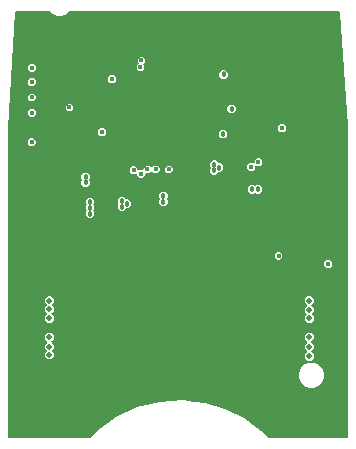
<source format=gbr>
G04 EAGLE Gerber RS-274X export*
G75*
%MOMM*%
%FSLAX34Y34*%
%LPD*%
%INCopper Layer 2*%
%IPPOS*%
%AMOC8*
5,1,8,0,0,1.08239X$1,22.5*%
G01*
%ADD10C,0.457200*%
%ADD11C,0.453200*%
%ADD12C,0.403200*%
%ADD13C,0.503200*%

G36*
X72767Y5379D02*
X72767Y5379D01*
X72865Y5388D01*
X72888Y5398D01*
X72912Y5402D01*
X72999Y5449D01*
X73090Y5489D01*
X73113Y5509D01*
X73130Y5518D01*
X73152Y5541D01*
X73218Y5596D01*
X79175Y11794D01*
X95349Y23308D01*
X113378Y31620D01*
X132637Y36443D01*
X152456Y37609D01*
X161018Y36508D01*
X162301Y36343D01*
X171096Y35213D01*
X188078Y30100D01*
X203991Y22273D01*
X218408Y11945D01*
X224543Y5798D01*
X224672Y5669D01*
X224755Y5586D01*
X224829Y5533D01*
X224899Y5473D01*
X224929Y5461D01*
X224955Y5442D01*
X225042Y5415D01*
X225127Y5381D01*
X225168Y5377D01*
X225190Y5370D01*
X225222Y5371D01*
X225294Y5363D01*
X290876Y5363D01*
X290896Y5366D01*
X290915Y5364D01*
X291017Y5386D01*
X291119Y5402D01*
X291136Y5412D01*
X291156Y5416D01*
X291245Y5469D01*
X291336Y5518D01*
X291350Y5532D01*
X291367Y5542D01*
X291434Y5621D01*
X291506Y5696D01*
X291514Y5714D01*
X291527Y5729D01*
X291566Y5825D01*
X291609Y5919D01*
X291611Y5939D01*
X291619Y5957D01*
X291637Y6124D01*
X291637Y269887D01*
X291634Y269908D01*
X291635Y269942D01*
X284730Y365636D01*
X284713Y365705D01*
X284706Y365776D01*
X284685Y365824D01*
X284672Y365875D01*
X284657Y365899D01*
X284651Y366238D01*
X284649Y366251D01*
X284650Y366263D01*
X284627Y366372D01*
X284607Y366480D01*
X284601Y366491D01*
X284598Y366504D01*
X284541Y366599D01*
X284488Y366695D01*
X284478Y366704D01*
X284472Y366715D01*
X284388Y366787D01*
X284306Y366861D01*
X284295Y366866D01*
X284285Y366875D01*
X284182Y366916D01*
X284081Y366961D01*
X284069Y366962D01*
X284057Y366967D01*
X283890Y366985D01*
X56172Y366985D01*
X56082Y366970D01*
X55991Y366963D01*
X55961Y366951D01*
X55929Y366945D01*
X55849Y366903D01*
X55765Y366867D01*
X55733Y366841D01*
X55712Y366830D01*
X55690Y366807D01*
X55634Y366762D01*
X53765Y364893D01*
X49869Y363279D01*
X45651Y363279D01*
X41755Y364893D01*
X39886Y366762D01*
X39812Y366815D01*
X39743Y366875D01*
X39713Y366887D01*
X39686Y366906D01*
X39599Y366933D01*
X39515Y366967D01*
X39474Y366971D01*
X39451Y366978D01*
X39419Y366977D01*
X39348Y366985D01*
X11023Y366985D01*
X10904Y366966D01*
X10786Y366947D01*
X10783Y366946D01*
X10780Y366945D01*
X10674Y366889D01*
X10568Y366834D01*
X10566Y366832D01*
X10563Y366830D01*
X10480Y366743D01*
X10397Y366657D01*
X10396Y366654D01*
X10394Y366652D01*
X10343Y366543D01*
X10292Y366435D01*
X10291Y366431D01*
X10290Y366429D01*
X10289Y366418D01*
X10263Y366270D01*
X4364Y267952D01*
X4366Y267934D01*
X4363Y267906D01*
X4363Y6124D01*
X4366Y6104D01*
X4364Y6085D01*
X4386Y5983D01*
X4402Y5881D01*
X4412Y5864D01*
X4416Y5844D01*
X4469Y5755D01*
X4518Y5664D01*
X4532Y5650D01*
X4542Y5633D01*
X4621Y5566D01*
X4696Y5494D01*
X4714Y5486D01*
X4729Y5473D01*
X4825Y5434D01*
X4919Y5391D01*
X4939Y5389D01*
X4957Y5381D01*
X5124Y5363D01*
X72670Y5363D01*
X72767Y5379D01*
G37*
%LPC*%
G36*
X258651Y48279D02*
X258651Y48279D01*
X254755Y49893D01*
X251773Y52875D01*
X250159Y56771D01*
X250159Y60989D01*
X251773Y64885D01*
X254755Y67867D01*
X258651Y69481D01*
X262869Y69481D01*
X266765Y67867D01*
X269747Y64885D01*
X271361Y60989D01*
X271361Y56771D01*
X269747Y52875D01*
X266765Y49893D01*
X262869Y48279D01*
X258651Y48279D01*
G37*
%LPD*%
%LPC*%
G36*
X115390Y226122D02*
X115390Y226122D01*
X113464Y228047D01*
X113464Y229249D01*
X113453Y229320D01*
X113451Y229391D01*
X113433Y229440D01*
X113425Y229492D01*
X113391Y229555D01*
X113366Y229622D01*
X113334Y229663D01*
X113310Y229709D01*
X113258Y229758D01*
X113213Y229814D01*
X113169Y229843D01*
X113131Y229878D01*
X113066Y229909D01*
X113006Y229947D01*
X112955Y229960D01*
X112908Y229982D01*
X112837Y229990D01*
X112767Y230007D01*
X112715Y230003D01*
X112664Y230009D01*
X112593Y229994D01*
X112522Y229988D01*
X112474Y229968D01*
X112423Y229957D01*
X112362Y229920D01*
X112296Y229892D01*
X112240Y229847D01*
X112212Y229831D01*
X112197Y229813D01*
X112165Y229787D01*
X111593Y229215D01*
X108870Y229215D01*
X106945Y231141D01*
X106945Y233864D01*
X108870Y235789D01*
X111593Y235789D01*
X113518Y233864D01*
X113518Y232662D01*
X113530Y232591D01*
X113532Y232520D01*
X113550Y232471D01*
X113558Y232419D01*
X113592Y232356D01*
X113616Y232289D01*
X113649Y232248D01*
X113673Y232202D01*
X113725Y232153D01*
X113770Y232097D01*
X113814Y232068D01*
X113852Y232033D01*
X113917Y232002D01*
X113977Y231964D01*
X114027Y231951D01*
X114075Y231929D01*
X114146Y231921D01*
X114215Y231904D01*
X114267Y231908D01*
X114319Y231902D01*
X114389Y231917D01*
X114461Y231923D01*
X114508Y231943D01*
X114559Y231954D01*
X114621Y231991D01*
X114687Y232019D01*
X114743Y232064D01*
X114771Y232080D01*
X114786Y232098D01*
X114818Y232124D01*
X115390Y232696D01*
X117952Y232696D01*
X117972Y232699D01*
X117991Y232697D01*
X118093Y232719D01*
X118195Y232735D01*
X118212Y232745D01*
X118232Y232749D01*
X118321Y232802D01*
X118412Y232850D01*
X118426Y232865D01*
X118443Y232875D01*
X118510Y232954D01*
X118582Y233029D01*
X118590Y233047D01*
X118603Y233062D01*
X118642Y233158D01*
X118685Y233252D01*
X118687Y233272D01*
X118695Y233290D01*
X118713Y233457D01*
X118713Y234361D01*
X120639Y236287D01*
X123361Y236287D01*
X124962Y234686D01*
X124978Y234675D01*
X124990Y234659D01*
X125078Y234603D01*
X125161Y234543D01*
X125180Y234537D01*
X125197Y234526D01*
X125298Y234501D01*
X125397Y234471D01*
X125416Y234471D01*
X125436Y234466D01*
X125539Y234474D01*
X125642Y234477D01*
X125661Y234484D01*
X125681Y234485D01*
X125776Y234526D01*
X125873Y234561D01*
X125889Y234574D01*
X125907Y234582D01*
X126038Y234686D01*
X127639Y236287D01*
X130361Y236287D01*
X132287Y234361D01*
X132287Y231639D01*
X130361Y229713D01*
X127639Y229713D01*
X126038Y231314D01*
X126022Y231325D01*
X126010Y231341D01*
X125922Y231397D01*
X125839Y231457D01*
X125820Y231463D01*
X125803Y231474D01*
X125702Y231499D01*
X125603Y231529D01*
X125584Y231529D01*
X125564Y231534D01*
X125461Y231526D01*
X125358Y231523D01*
X125339Y231516D01*
X125319Y231515D01*
X125224Y231474D01*
X125127Y231439D01*
X125111Y231426D01*
X125093Y231418D01*
X124962Y231314D01*
X123361Y229713D01*
X120799Y229713D01*
X120779Y229710D01*
X120760Y229712D01*
X120658Y229690D01*
X120556Y229674D01*
X120539Y229664D01*
X120519Y229660D01*
X120430Y229607D01*
X120339Y229558D01*
X120325Y229544D01*
X120308Y229534D01*
X120241Y229455D01*
X120170Y229380D01*
X120161Y229362D01*
X120148Y229347D01*
X120109Y229251D01*
X120066Y229157D01*
X120064Y229137D01*
X120056Y229119D01*
X120038Y228952D01*
X120038Y228047D01*
X118112Y226122D01*
X115390Y226122D01*
G37*
%LPD*%
%LPC*%
G36*
X257431Y71213D02*
X257431Y71213D01*
X255213Y73431D01*
X255213Y76569D01*
X257106Y78462D01*
X257118Y78478D01*
X257134Y78490D01*
X257190Y78578D01*
X257250Y78661D01*
X257256Y78680D01*
X257267Y78697D01*
X257292Y78798D01*
X257322Y78897D01*
X257322Y78916D01*
X257327Y78936D01*
X257319Y79039D01*
X257316Y79142D01*
X257309Y79161D01*
X257308Y79181D01*
X257267Y79276D01*
X257232Y79373D01*
X257219Y79389D01*
X257211Y79407D01*
X257106Y79538D01*
X255213Y81431D01*
X255213Y84569D01*
X257106Y86462D01*
X257118Y86478D01*
X257134Y86490D01*
X257190Y86578D01*
X257250Y86661D01*
X257256Y86680D01*
X257267Y86697D01*
X257292Y86798D01*
X257322Y86897D01*
X257322Y86916D01*
X257327Y86936D01*
X257319Y87039D01*
X257316Y87142D01*
X257309Y87161D01*
X257308Y87181D01*
X257267Y87276D01*
X257232Y87373D01*
X257219Y87389D01*
X257211Y87407D01*
X257106Y87538D01*
X255213Y89431D01*
X255213Y92569D01*
X257431Y94787D01*
X260569Y94787D01*
X262787Y92569D01*
X262787Y89431D01*
X260894Y87538D01*
X260882Y87522D01*
X260866Y87510D01*
X260810Y87422D01*
X260750Y87339D01*
X260744Y87320D01*
X260733Y87303D01*
X260708Y87202D01*
X260678Y87103D01*
X260678Y87084D01*
X260673Y87064D01*
X260681Y86961D01*
X260684Y86858D01*
X260691Y86839D01*
X260692Y86819D01*
X260733Y86724D01*
X260768Y86627D01*
X260781Y86611D01*
X260789Y86593D01*
X260894Y86462D01*
X262787Y84569D01*
X262787Y81431D01*
X260894Y79538D01*
X260882Y79522D01*
X260866Y79510D01*
X260810Y79422D01*
X260750Y79339D01*
X260744Y79320D01*
X260733Y79303D01*
X260708Y79202D01*
X260678Y79103D01*
X260678Y79084D01*
X260673Y79064D01*
X260681Y78961D01*
X260684Y78858D01*
X260691Y78839D01*
X260692Y78819D01*
X260733Y78724D01*
X260768Y78627D01*
X260781Y78611D01*
X260789Y78593D01*
X260894Y78462D01*
X262787Y76569D01*
X262787Y73431D01*
X260569Y71213D01*
X257431Y71213D01*
G37*
%LPD*%
%LPC*%
G36*
X37431Y103213D02*
X37431Y103213D01*
X35213Y105431D01*
X35213Y108569D01*
X37106Y110462D01*
X37118Y110478D01*
X37134Y110490D01*
X37190Y110578D01*
X37250Y110661D01*
X37256Y110680D01*
X37267Y110697D01*
X37292Y110798D01*
X37322Y110897D01*
X37322Y110916D01*
X37327Y110936D01*
X37319Y111039D01*
X37316Y111142D01*
X37309Y111161D01*
X37308Y111181D01*
X37267Y111276D01*
X37232Y111373D01*
X37219Y111389D01*
X37211Y111407D01*
X37106Y111538D01*
X35213Y113431D01*
X35213Y116569D01*
X36606Y117962D01*
X36618Y117978D01*
X36634Y117990D01*
X36690Y118078D01*
X36750Y118161D01*
X36756Y118180D01*
X36767Y118197D01*
X36792Y118298D01*
X36822Y118397D01*
X36822Y118416D01*
X36827Y118436D01*
X36819Y118539D01*
X36816Y118642D01*
X36809Y118661D01*
X36808Y118681D01*
X36767Y118776D01*
X36732Y118873D01*
X36719Y118889D01*
X36711Y118907D01*
X36606Y119038D01*
X35213Y120431D01*
X35213Y123569D01*
X37431Y125787D01*
X40569Y125787D01*
X42787Y123569D01*
X42787Y120431D01*
X41394Y119038D01*
X41382Y119022D01*
X41366Y119010D01*
X41310Y118922D01*
X41250Y118839D01*
X41244Y118820D01*
X41233Y118803D01*
X41208Y118702D01*
X41178Y118603D01*
X41178Y118584D01*
X41173Y118564D01*
X41181Y118461D01*
X41184Y118358D01*
X41191Y118339D01*
X41192Y118319D01*
X41233Y118224D01*
X41268Y118127D01*
X41281Y118111D01*
X41289Y118093D01*
X41394Y117962D01*
X42787Y116569D01*
X42787Y113431D01*
X40894Y111538D01*
X40882Y111522D01*
X40866Y111510D01*
X40810Y111422D01*
X40750Y111339D01*
X40744Y111320D01*
X40733Y111303D01*
X40708Y111202D01*
X40678Y111103D01*
X40678Y111084D01*
X40673Y111064D01*
X40681Y110961D01*
X40684Y110858D01*
X40691Y110839D01*
X40692Y110819D01*
X40733Y110724D01*
X40768Y110627D01*
X40781Y110611D01*
X40789Y110593D01*
X40894Y110462D01*
X42787Y108569D01*
X42787Y105431D01*
X40569Y103213D01*
X37431Y103213D01*
G37*
%LPD*%
%LPC*%
G36*
X37431Y72213D02*
X37431Y72213D01*
X35213Y74431D01*
X35213Y77569D01*
X36606Y78962D01*
X36618Y78978D01*
X36634Y78990D01*
X36690Y79078D01*
X36750Y79161D01*
X36756Y79180D01*
X36767Y79197D01*
X36792Y79298D01*
X36822Y79397D01*
X36822Y79416D01*
X36827Y79436D01*
X36819Y79539D01*
X36816Y79642D01*
X36809Y79661D01*
X36808Y79681D01*
X36767Y79776D01*
X36732Y79873D01*
X36719Y79889D01*
X36711Y79907D01*
X36606Y80038D01*
X35213Y81431D01*
X35213Y84569D01*
X37106Y86462D01*
X37118Y86478D01*
X37134Y86490D01*
X37190Y86578D01*
X37250Y86661D01*
X37256Y86680D01*
X37267Y86697D01*
X37292Y86798D01*
X37322Y86897D01*
X37322Y86916D01*
X37327Y86936D01*
X37319Y87039D01*
X37316Y87142D01*
X37309Y87161D01*
X37308Y87181D01*
X37267Y87276D01*
X37232Y87373D01*
X37219Y87389D01*
X37211Y87407D01*
X37106Y87538D01*
X35213Y89431D01*
X35213Y92569D01*
X37431Y94787D01*
X40569Y94787D01*
X42787Y92569D01*
X42787Y89431D01*
X40894Y87538D01*
X40882Y87522D01*
X40866Y87510D01*
X40810Y87422D01*
X40750Y87339D01*
X40744Y87320D01*
X40733Y87303D01*
X40708Y87202D01*
X40678Y87103D01*
X40678Y87084D01*
X40673Y87064D01*
X40681Y86961D01*
X40684Y86858D01*
X40691Y86839D01*
X40692Y86819D01*
X40733Y86724D01*
X40768Y86627D01*
X40781Y86611D01*
X40789Y86593D01*
X40894Y86462D01*
X42787Y84569D01*
X42787Y81431D01*
X41394Y80038D01*
X41382Y80022D01*
X41366Y80010D01*
X41310Y79922D01*
X41250Y79839D01*
X41244Y79820D01*
X41233Y79803D01*
X41208Y79702D01*
X41178Y79603D01*
X41178Y79584D01*
X41173Y79564D01*
X41181Y79461D01*
X41184Y79358D01*
X41191Y79339D01*
X41192Y79319D01*
X41233Y79224D01*
X41268Y79127D01*
X41281Y79111D01*
X41289Y79093D01*
X41394Y78962D01*
X42787Y77569D01*
X42787Y74431D01*
X40569Y72213D01*
X37431Y72213D01*
G37*
%LPD*%
%LPC*%
G36*
X257431Y103213D02*
X257431Y103213D01*
X255213Y105431D01*
X255213Y108569D01*
X256606Y109962D01*
X256618Y109978D01*
X256634Y109990D01*
X256690Y110078D01*
X256750Y110161D01*
X256756Y110180D01*
X256767Y110197D01*
X256792Y110298D01*
X256822Y110397D01*
X256822Y110416D01*
X256827Y110436D01*
X256819Y110539D01*
X256816Y110642D01*
X256809Y110661D01*
X256808Y110681D01*
X256767Y110776D01*
X256732Y110873D01*
X256719Y110889D01*
X256711Y110907D01*
X256606Y111038D01*
X255213Y112431D01*
X255213Y115569D01*
X257106Y117462D01*
X257118Y117478D01*
X257134Y117490D01*
X257190Y117578D01*
X257250Y117661D01*
X257256Y117680D01*
X257267Y117697D01*
X257292Y117798D01*
X257322Y117897D01*
X257322Y117916D01*
X257327Y117936D01*
X257319Y118039D01*
X257316Y118142D01*
X257309Y118161D01*
X257308Y118181D01*
X257267Y118276D01*
X257232Y118373D01*
X257219Y118389D01*
X257211Y118407D01*
X257122Y118518D01*
X257122Y118519D01*
X257106Y118538D01*
X255213Y120431D01*
X255213Y123569D01*
X257431Y125787D01*
X260569Y125787D01*
X262787Y123569D01*
X262787Y120431D01*
X260894Y118538D01*
X260882Y118522D01*
X260866Y118510D01*
X260835Y118461D01*
X260830Y118456D01*
X260826Y118446D01*
X260810Y118422D01*
X260750Y118339D01*
X260744Y118320D01*
X260733Y118303D01*
X260708Y118202D01*
X260678Y118103D01*
X260678Y118084D01*
X260673Y118064D01*
X260681Y117961D01*
X260684Y117858D01*
X260691Y117839D01*
X260692Y117819D01*
X260733Y117724D01*
X260768Y117627D01*
X260781Y117611D01*
X260789Y117593D01*
X260894Y117462D01*
X262787Y115569D01*
X262787Y112431D01*
X261394Y111038D01*
X261382Y111022D01*
X261366Y111010D01*
X261310Y110922D01*
X261250Y110839D01*
X261244Y110820D01*
X261233Y110803D01*
X261208Y110702D01*
X261178Y110603D01*
X261178Y110584D01*
X261173Y110564D01*
X261181Y110461D01*
X261184Y110358D01*
X261191Y110339D01*
X261192Y110319D01*
X261233Y110224D01*
X261268Y110127D01*
X261281Y110111D01*
X261289Y110093D01*
X261394Y109962D01*
X262787Y108569D01*
X262787Y105431D01*
X260569Y103213D01*
X257431Y103213D01*
G37*
%LPD*%
%LPC*%
G36*
X71916Y191948D02*
X71916Y191948D01*
X69832Y194032D01*
X69832Y196978D01*
X70321Y197467D01*
X70332Y197483D01*
X70348Y197495D01*
X70404Y197582D01*
X70464Y197666D01*
X70470Y197685D01*
X70481Y197702D01*
X70506Y197803D01*
X70537Y197902D01*
X70536Y197921D01*
X70541Y197941D01*
X70533Y198044D01*
X70530Y198147D01*
X70523Y198166D01*
X70522Y198186D01*
X70481Y198281D01*
X70446Y198378D01*
X70433Y198394D01*
X70426Y198412D01*
X70321Y198543D01*
X69832Y199032D01*
X69832Y201978D01*
X70321Y202467D01*
X70332Y202483D01*
X70348Y202495D01*
X70404Y202583D01*
X70464Y202666D01*
X70470Y202685D01*
X70481Y202702D01*
X70506Y202803D01*
X70537Y202902D01*
X70536Y202921D01*
X70541Y202941D01*
X70533Y203044D01*
X70530Y203147D01*
X70523Y203166D01*
X70522Y203186D01*
X70481Y203281D01*
X70446Y203378D01*
X70433Y203394D01*
X70426Y203412D01*
X70321Y203543D01*
X69832Y204032D01*
X69832Y206978D01*
X71916Y209062D01*
X74862Y209062D01*
X76946Y206978D01*
X76946Y204032D01*
X76457Y203543D01*
X76446Y203527D01*
X76430Y203515D01*
X76374Y203427D01*
X76314Y203344D01*
X76308Y203325D01*
X76297Y203308D01*
X76272Y203207D01*
X76241Y203108D01*
X76242Y203089D01*
X76237Y203069D01*
X76245Y202966D01*
X76248Y202863D01*
X76255Y202844D01*
X76256Y202824D01*
X76297Y202729D01*
X76332Y202632D01*
X76345Y202616D01*
X76352Y202598D01*
X76457Y202467D01*
X76946Y201978D01*
X76946Y199032D01*
X76457Y198543D01*
X76446Y198527D01*
X76430Y198515D01*
X76374Y198427D01*
X76314Y198344D01*
X76308Y198325D01*
X76297Y198308D01*
X76272Y198207D01*
X76241Y198108D01*
X76242Y198089D01*
X76237Y198069D01*
X76245Y197966D01*
X76248Y197863D01*
X76255Y197844D01*
X76256Y197824D01*
X76297Y197729D01*
X76332Y197632D01*
X76345Y197616D01*
X76352Y197598D01*
X76457Y197467D01*
X76946Y196978D01*
X76946Y194032D01*
X74862Y191948D01*
X71916Y191948D01*
G37*
%LPD*%
%LPC*%
G36*
X177054Y228606D02*
X177054Y228606D01*
X174971Y230690D01*
X174971Y233636D01*
X175454Y234119D01*
X175466Y234136D01*
X175481Y234148D01*
X175537Y234235D01*
X175598Y234319D01*
X175604Y234338D01*
X175614Y234355D01*
X175640Y234455D01*
X175670Y234554D01*
X175670Y234574D01*
X175674Y234594D01*
X175666Y234697D01*
X175664Y234800D01*
X175657Y234819D01*
X175655Y234839D01*
X175615Y234934D01*
X175579Y235031D01*
X175567Y235047D01*
X175559Y235065D01*
X175454Y235196D01*
X175068Y235583D01*
X175068Y238529D01*
X177151Y240613D01*
X180098Y240613D01*
X182290Y238420D01*
X182336Y238333D01*
X182350Y238320D01*
X182361Y238303D01*
X182439Y238235D01*
X182514Y238164D01*
X182532Y238156D01*
X182548Y238143D01*
X182644Y238104D01*
X182737Y238060D01*
X182757Y238058D01*
X182776Y238051D01*
X182942Y238032D01*
X184204Y238032D01*
X186287Y235949D01*
X186287Y233002D01*
X184204Y230919D01*
X182629Y230919D01*
X182539Y230904D01*
X182448Y230897D01*
X182418Y230884D01*
X182386Y230879D01*
X182305Y230836D01*
X182221Y230801D01*
X182189Y230775D01*
X182169Y230764D01*
X182146Y230741D01*
X182091Y230696D01*
X180001Y228606D01*
X177054Y228606D01*
G37*
%LPD*%
%LPC*%
G36*
X98777Y198005D02*
X98777Y198005D01*
X96693Y200088D01*
X96693Y203035D01*
X97116Y203458D01*
X97127Y203474D01*
X97143Y203486D01*
X97199Y203573D01*
X97259Y203657D01*
X97265Y203676D01*
X97276Y203693D01*
X97301Y203793D01*
X97332Y203892D01*
X97331Y203912D01*
X97336Y203932D01*
X97328Y204035D01*
X97325Y204138D01*
X97318Y204157D01*
X97317Y204177D01*
X97276Y204272D01*
X97241Y204369D01*
X97228Y204385D01*
X97221Y204403D01*
X97116Y204534D01*
X96662Y204988D01*
X96662Y207934D01*
X98746Y210018D01*
X101692Y210018D01*
X103859Y207851D01*
X103933Y207798D01*
X104002Y207739D01*
X104032Y207726D01*
X104058Y207708D01*
X104145Y207681D01*
X104230Y207647D01*
X104271Y207642D01*
X104294Y207635D01*
X104326Y207636D01*
X104397Y207628D01*
X105858Y207628D01*
X107941Y205545D01*
X107941Y202598D01*
X105858Y200515D01*
X104548Y200515D01*
X104458Y200500D01*
X104367Y200493D01*
X104337Y200480D01*
X104305Y200475D01*
X104225Y200432D01*
X104141Y200397D01*
X104109Y200371D01*
X104088Y200360D01*
X104066Y200337D01*
X104010Y200292D01*
X101723Y198005D01*
X98777Y198005D01*
G37*
%LPD*%
%LPC*%
G36*
X213997Y212515D02*
X213997Y212515D01*
X213525Y212987D01*
X213509Y212999D01*
X213497Y213014D01*
X213419Y213064D01*
X213408Y213074D01*
X213401Y213076D01*
X213325Y213131D01*
X213306Y213136D01*
X213290Y213147D01*
X213189Y213173D01*
X213090Y213203D01*
X213070Y213202D01*
X213051Y213207D01*
X212948Y213199D01*
X212844Y213197D01*
X212826Y213190D01*
X212806Y213188D01*
X212711Y213148D01*
X212613Y213112D01*
X212598Y213100D01*
X212580Y213092D01*
X212502Y213030D01*
X212501Y213029D01*
X212499Y213028D01*
X212449Y212987D01*
X211978Y212517D01*
X209032Y212517D01*
X206948Y214600D01*
X206948Y217547D01*
X209032Y219630D01*
X211978Y219630D01*
X212450Y219158D01*
X212466Y219147D01*
X212479Y219131D01*
X212566Y219075D01*
X212650Y219015D01*
X212669Y219009D01*
X212686Y218998D01*
X212786Y218973D01*
X212885Y218943D01*
X212905Y218943D01*
X212924Y218938D01*
X213027Y218946D01*
X213131Y218949D01*
X213150Y218956D01*
X213170Y218957D01*
X213264Y218998D01*
X213362Y219033D01*
X213378Y219046D01*
X213396Y219054D01*
X213527Y219158D01*
X213997Y219629D01*
X216944Y219629D01*
X219027Y217545D01*
X219027Y214599D01*
X216944Y212515D01*
X213997Y212515D01*
G37*
%LPD*%
%LPC*%
G36*
X134009Y202061D02*
X134009Y202061D01*
X131926Y204144D01*
X131926Y207091D01*
X132303Y207468D01*
X132315Y207484D01*
X132330Y207496D01*
X132386Y207583D01*
X132446Y207667D01*
X132452Y207686D01*
X132463Y207703D01*
X132488Y207803D01*
X132519Y207902D01*
X132518Y207922D01*
X132523Y207942D01*
X132515Y208045D01*
X132512Y208148D01*
X132506Y208167D01*
X132504Y208187D01*
X132464Y208282D01*
X132428Y208379D01*
X132416Y208395D01*
X132408Y208413D01*
X132303Y208544D01*
X131996Y208852D01*
X131996Y211798D01*
X134079Y213881D01*
X137026Y213881D01*
X139109Y211798D01*
X139109Y208852D01*
X138732Y208475D01*
X138720Y208458D01*
X138705Y208446D01*
X138649Y208359D01*
X138589Y208275D01*
X138583Y208256D01*
X138572Y208239D01*
X138547Y208139D01*
X138516Y208040D01*
X138517Y208020D01*
X138512Y208000D01*
X138520Y207897D01*
X138523Y207794D01*
X138529Y207775D01*
X138531Y207755D01*
X138571Y207660D01*
X138607Y207563D01*
X138619Y207547D01*
X138627Y207529D01*
X138732Y207398D01*
X139039Y207091D01*
X139039Y204144D01*
X136956Y202061D01*
X134009Y202061D01*
G37*
%LPD*%
%LPC*%
G36*
X68177Y218516D02*
X68177Y218516D01*
X66093Y220599D01*
X66093Y223546D01*
X66370Y223823D01*
X66382Y223839D01*
X66397Y223851D01*
X66453Y223938D01*
X66514Y224022D01*
X66519Y224042D01*
X66530Y224058D01*
X66555Y224159D01*
X66586Y224258D01*
X66585Y224278D01*
X66590Y224297D01*
X66582Y224400D01*
X66580Y224503D01*
X66573Y224522D01*
X66571Y224542D01*
X66531Y224637D01*
X66495Y224734D01*
X66483Y224750D01*
X66475Y224768D01*
X66370Y224899D01*
X66036Y225233D01*
X66036Y228180D01*
X68120Y230263D01*
X71066Y230263D01*
X73150Y228180D01*
X73150Y225233D01*
X72873Y224956D01*
X72861Y224940D01*
X72846Y224928D01*
X72790Y224841D01*
X72729Y224756D01*
X72723Y224737D01*
X72713Y224721D01*
X72687Y224620D01*
X72657Y224521D01*
X72657Y224501D01*
X72653Y224482D01*
X72661Y224379D01*
X72663Y224276D01*
X72670Y224257D01*
X72672Y224237D01*
X72712Y224142D01*
X72748Y224045D01*
X72760Y224029D01*
X72768Y224011D01*
X72873Y223880D01*
X73207Y223546D01*
X73207Y220599D01*
X71123Y218516D01*
X68177Y218516D01*
G37*
%LPD*%
%LPC*%
G36*
X208639Y231713D02*
X208639Y231713D01*
X206713Y233639D01*
X206713Y236361D01*
X208639Y238287D01*
X211361Y238287D01*
X211414Y238234D01*
X211472Y238193D01*
X211524Y238143D01*
X211571Y238121D01*
X211613Y238091D01*
X211682Y238070D01*
X211747Y238040D01*
X211799Y238034D01*
X211849Y238018D01*
X211920Y238020D01*
X211991Y238012D01*
X212042Y238024D01*
X212094Y238025D01*
X212162Y238049D01*
X212232Y238065D01*
X212277Y238091D01*
X212325Y238109D01*
X212381Y238154D01*
X212443Y238191D01*
X212477Y238230D01*
X212517Y238263D01*
X212556Y238323D01*
X212603Y238378D01*
X212622Y238426D01*
X212650Y238470D01*
X212668Y238539D01*
X212695Y238606D01*
X212703Y238677D01*
X212711Y238708D01*
X212709Y238732D01*
X212713Y238773D01*
X212713Y240361D01*
X214639Y242287D01*
X217361Y242287D01*
X219287Y240361D01*
X219287Y237639D01*
X217361Y235713D01*
X214639Y235713D01*
X214586Y235766D01*
X214528Y235807D01*
X214476Y235857D01*
X214429Y235879D01*
X214387Y235909D01*
X214318Y235930D01*
X214253Y235960D01*
X214201Y235966D01*
X214151Y235982D01*
X214080Y235980D01*
X214009Y235988D01*
X213958Y235976D01*
X213906Y235975D01*
X213838Y235951D01*
X213768Y235935D01*
X213723Y235909D01*
X213675Y235891D01*
X213619Y235846D01*
X213557Y235809D01*
X213523Y235770D01*
X213483Y235737D01*
X213444Y235677D01*
X213397Y235622D01*
X213378Y235574D01*
X213350Y235530D01*
X213332Y235461D01*
X213305Y235394D01*
X213297Y235323D01*
X213289Y235292D01*
X213291Y235268D01*
X213287Y235227D01*
X213287Y233639D01*
X211361Y231713D01*
X208639Y231713D01*
G37*
%LPD*%
%LPC*%
G36*
X114746Y316243D02*
X114746Y316243D01*
X112821Y318168D01*
X112821Y320891D01*
X114239Y322309D01*
X114251Y322325D01*
X114266Y322338D01*
X114322Y322425D01*
X114382Y322509D01*
X114388Y322528D01*
X114399Y322545D01*
X114424Y322645D01*
X114455Y322744D01*
X114454Y322764D01*
X114459Y322783D01*
X114451Y322886D01*
X114448Y322990D01*
X114442Y323008D01*
X114440Y323028D01*
X114400Y323123D01*
X114364Y323221D01*
X114351Y323236D01*
X114344Y323255D01*
X114239Y323386D01*
X113660Y323965D01*
X113660Y326687D01*
X115585Y328613D01*
X118308Y328613D01*
X120233Y326687D01*
X120233Y323965D01*
X118815Y322547D01*
X118804Y322530D01*
X118788Y322518D01*
X118732Y322431D01*
X118672Y322347D01*
X118666Y322328D01*
X118655Y322311D01*
X118630Y322211D01*
X118599Y322112D01*
X118600Y322092D01*
X118595Y322073D01*
X118603Y321970D01*
X118606Y321866D01*
X118612Y321847D01*
X118614Y321827D01*
X118654Y321732D01*
X118690Y321635D01*
X118703Y321619D01*
X118710Y321601D01*
X118815Y321470D01*
X119394Y320891D01*
X119394Y318168D01*
X117469Y316243D01*
X114746Y316243D01*
G37*
%LPD*%
%LPC*%
G36*
X185055Y309867D02*
X185055Y309867D01*
X182972Y311951D01*
X182972Y314897D01*
X185055Y316981D01*
X188002Y316981D01*
X190085Y314897D01*
X190085Y311951D01*
X188002Y309867D01*
X185055Y309867D01*
G37*
%LPD*%
%LPC*%
G36*
X191822Y280809D02*
X191822Y280809D01*
X189739Y282892D01*
X189739Y285839D01*
X191822Y287922D01*
X194769Y287922D01*
X196852Y285839D01*
X196852Y282892D01*
X194769Y280809D01*
X191822Y280809D01*
G37*
%LPD*%
%LPC*%
G36*
X184411Y259324D02*
X184411Y259324D01*
X182327Y261408D01*
X182327Y264354D01*
X184411Y266438D01*
X187357Y266438D01*
X189441Y264354D01*
X189441Y261408D01*
X187357Y259324D01*
X184411Y259324D01*
G37*
%LPD*%
%LPC*%
G36*
X90446Y305854D02*
X90446Y305854D01*
X88374Y307926D01*
X88374Y310856D01*
X90446Y312928D01*
X93376Y312928D01*
X95448Y310856D01*
X95448Y307926D01*
X93376Y305854D01*
X90446Y305854D01*
G37*
%LPD*%
%LPC*%
G36*
X81984Y261348D02*
X81984Y261348D01*
X79912Y263419D01*
X79912Y266349D01*
X81984Y268421D01*
X84914Y268421D01*
X86985Y266349D01*
X86985Y263419D01*
X84914Y261348D01*
X81984Y261348D01*
G37*
%LPD*%
%LPC*%
G36*
X22639Y315713D02*
X22639Y315713D01*
X20713Y317639D01*
X20713Y320361D01*
X22639Y322287D01*
X25361Y322287D01*
X27287Y320361D01*
X27287Y317639D01*
X25361Y315713D01*
X22639Y315713D01*
G37*
%LPD*%
%LPC*%
G36*
X22639Y303713D02*
X22639Y303713D01*
X20713Y305639D01*
X20713Y308361D01*
X22639Y310287D01*
X25361Y310287D01*
X27287Y308361D01*
X27287Y305639D01*
X25361Y303713D01*
X22639Y303713D01*
G37*
%LPD*%
%LPC*%
G36*
X22639Y290713D02*
X22639Y290713D01*
X20713Y292639D01*
X20713Y295361D01*
X22639Y297287D01*
X25361Y297287D01*
X27287Y295361D01*
X27287Y292639D01*
X25361Y290713D01*
X22639Y290713D01*
G37*
%LPD*%
%LPC*%
G36*
X54643Y282206D02*
X54643Y282206D01*
X52718Y284131D01*
X52718Y286854D01*
X54643Y288779D01*
X57366Y288779D01*
X59291Y286854D01*
X59291Y284131D01*
X57366Y282206D01*
X54643Y282206D01*
G37*
%LPD*%
%LPC*%
G36*
X22639Y277713D02*
X22639Y277713D01*
X20713Y279639D01*
X20713Y282361D01*
X22639Y284287D01*
X25361Y284287D01*
X27287Y282361D01*
X27287Y279639D01*
X25361Y277713D01*
X22639Y277713D01*
G37*
%LPD*%
%LPC*%
G36*
X234639Y264713D02*
X234639Y264713D01*
X232713Y266639D01*
X232713Y269361D01*
X234639Y271287D01*
X237361Y271287D01*
X239287Y269361D01*
X239287Y266639D01*
X237361Y264713D01*
X234639Y264713D01*
G37*
%LPD*%
%LPC*%
G36*
X22639Y252713D02*
X22639Y252713D01*
X20713Y254639D01*
X20713Y257361D01*
X22639Y259287D01*
X25361Y259287D01*
X27287Y257361D01*
X27287Y254639D01*
X25361Y252713D01*
X22639Y252713D01*
G37*
%LPD*%
%LPC*%
G36*
X138639Y229713D02*
X138639Y229713D01*
X136713Y231639D01*
X136713Y234361D01*
X138639Y236287D01*
X141361Y236287D01*
X143287Y234361D01*
X143287Y231639D01*
X141361Y229713D01*
X138639Y229713D01*
G37*
%LPD*%
%LPC*%
G36*
X231639Y156713D02*
X231639Y156713D01*
X229713Y158639D01*
X229713Y161361D01*
X231639Y163287D01*
X234361Y163287D01*
X236287Y161361D01*
X236287Y158639D01*
X234361Y156713D01*
X231639Y156713D01*
G37*
%LPD*%
%LPC*%
G36*
X273639Y149713D02*
X273639Y149713D01*
X271713Y151639D01*
X271713Y154361D01*
X273639Y156287D01*
X276361Y156287D01*
X278287Y154361D01*
X278287Y151639D01*
X276361Y149713D01*
X273639Y149713D01*
G37*
%LPD*%
D10*
X193296Y284365D03*
X186528Y313424D03*
X135552Y210325D03*
X135483Y205617D03*
X69650Y222073D03*
X178528Y232163D03*
X182731Y234476D03*
X185884Y262881D03*
X69593Y226706D03*
D11*
X91911Y309391D03*
X83449Y264884D03*
D10*
X178624Y237056D03*
X123423Y287706D03*
X136758Y276371D03*
X123423Y265036D03*
X123423Y276371D03*
X136758Y287706D03*
X150093Y287706D03*
X150093Y276371D03*
X150093Y265036D03*
X136758Y265036D03*
X113009Y265036D03*
X112882Y275990D03*
X113009Y287706D03*
X160634Y264909D03*
X160634Y276371D03*
X160581Y287714D03*
X113009Y253036D03*
X123423Y253036D03*
X136702Y253176D03*
X150093Y253120D03*
X160593Y253071D03*
X113009Y299706D03*
X123423Y299706D03*
X136758Y299706D03*
X150093Y299706D03*
X160581Y299714D03*
D12*
X190229Y293603D03*
X217727Y308140D03*
D13*
X12714Y363153D03*
X21381Y363000D03*
X30762Y363000D03*
X40143Y363000D03*
X58905Y363000D03*
X68286Y363000D03*
X77667Y363000D03*
X87048Y363000D03*
X96429Y363000D03*
X105810Y363000D03*
X115191Y363000D03*
X124572Y363000D03*
X133953Y363000D03*
X143334Y363000D03*
X152715Y363000D03*
X162096Y363000D03*
X210874Y363000D03*
X217255Y363000D03*
X224636Y363000D03*
X234017Y363000D03*
X243398Y363000D03*
X252779Y363000D03*
X262160Y363000D03*
X271541Y363000D03*
X280922Y363000D03*
X12170Y353747D03*
X11634Y344055D03*
X11238Y334984D03*
X10455Y325170D03*
X9847Y316022D03*
X9490Y306890D03*
X8873Y297333D03*
X8873Y287952D03*
X8873Y278571D03*
X8873Y269190D03*
X8873Y259809D03*
X8873Y250428D03*
X8873Y241047D03*
X8873Y231666D03*
X8873Y222285D03*
X8873Y212904D03*
X8873Y184761D03*
X8873Y175380D03*
X8873Y165999D03*
X8873Y97205D03*
X8873Y87824D03*
X8873Y78443D03*
X8873Y69062D03*
X8873Y59681D03*
X8873Y50300D03*
X8873Y40919D03*
X8873Y31538D03*
X8873Y22157D03*
X8873Y12776D03*
X15127Y9649D03*
X24508Y9649D03*
X33889Y9649D03*
X43270Y9649D03*
X52651Y9649D03*
X62032Y9649D03*
X71413Y9649D03*
X78794Y14649D03*
X87175Y20649D03*
X94556Y25649D03*
X103937Y30649D03*
X114318Y34649D03*
X123699Y37649D03*
X133080Y39649D03*
X142461Y40649D03*
X154842Y40649D03*
X164223Y39649D03*
X175604Y36649D03*
X185985Y33649D03*
X196366Y29649D03*
X205747Y24649D03*
X214128Y19649D03*
X221351Y12509D03*
X230890Y9649D03*
X240271Y9649D03*
X249652Y9649D03*
X259033Y9649D03*
X268414Y9649D03*
X277795Y9649D03*
X287176Y9649D03*
X287176Y19030D03*
X287176Y28411D03*
X287176Y37792D03*
X287176Y47173D03*
X287176Y56554D03*
X287176Y65935D03*
X287176Y75316D03*
X287176Y84697D03*
X287176Y94078D03*
X287176Y103459D03*
X287176Y112840D03*
X287176Y122221D03*
X287176Y131602D03*
X287176Y140983D03*
X287176Y150364D03*
X287176Y159745D03*
X287176Y169126D03*
X287176Y178507D03*
X287176Y187888D03*
X287176Y197269D03*
X287176Y206650D03*
X287176Y216031D03*
X287176Y225412D03*
X287176Y234793D03*
X287176Y244174D03*
X287176Y253555D03*
X287176Y262936D03*
X287176Y272317D03*
X287176Y281698D03*
X287176Y291079D03*
X286176Y300460D03*
X286176Y309841D03*
X285176Y319222D03*
X284049Y328603D03*
X284049Y337984D03*
X283049Y347365D03*
X282049Y355746D03*
X199985Y365000D03*
X8873Y106586D03*
X8873Y115967D03*
X8873Y125348D03*
X8873Y134729D03*
X8873Y144110D03*
X8873Y153491D03*
X8873Y203523D03*
X8873Y194142D03*
D12*
X151415Y319435D03*
X151436Y330310D03*
X151424Y342560D03*
X157000Y343000D03*
X162000Y347000D03*
X165746Y351242D03*
X170353Y356392D03*
X172134Y363258D03*
X172000Y328633D03*
X172000Y334000D03*
X174000Y340000D03*
X179498Y345529D03*
X184785Y350280D03*
X186190Y356508D03*
X146586Y319411D03*
X141418Y319448D03*
X136336Y319394D03*
X131656Y326532D03*
X131710Y321389D03*
X129439Y331405D03*
X125787Y335057D03*
X124089Y342752D03*
X129516Y342745D03*
X135026Y342662D03*
X146040Y342599D03*
X27000Y348000D03*
X47000Y336000D03*
X35000Y331000D03*
X63000Y345000D03*
X49000Y345000D03*
X26000Y333000D03*
X51000Y327000D03*
X237000Y344000D03*
X253000Y325000D03*
X233000Y326000D03*
X257000Y343000D03*
X272000Y352000D03*
X248000Y352000D03*
X230000Y353000D03*
X269000Y308000D03*
X270000Y329000D03*
X253000Y313000D03*
X277000Y271000D03*
X269000Y280000D03*
X224000Y316000D03*
X264000Y260000D03*
X277000Y246000D03*
X264000Y247000D03*
X266000Y233000D03*
X251553Y237716D03*
X227000Y290000D03*
X228000Y275000D03*
X207000Y284000D03*
X209000Y318000D03*
X57000Y233000D03*
X59000Y201000D03*
X40000Y351000D03*
X63000Y355000D03*
X55000Y350000D03*
X21000Y355000D03*
X21000Y341000D03*
X37000Y341000D03*
X58000Y338000D03*
X61000Y327000D03*
X60000Y318000D03*
X246000Y333000D03*
X229000Y334000D03*
X226000Y343000D03*
X271000Y342000D03*
X277000Y317000D03*
X265000Y321000D03*
X264000Y297000D03*
X278000Y298000D03*
X262000Y333000D03*
X263000Y354000D03*
X245000Y308000D03*
X203000Y346000D03*
X210701Y353773D03*
X211000Y336000D03*
X189117Y343506D03*
X183746Y334945D03*
X202773Y329084D03*
X201955Y354954D03*
X193508Y352238D03*
X211000Y344000D03*
X192567Y334986D03*
X217000Y352000D03*
X222000Y331000D03*
X214000Y328000D03*
X223000Y354000D03*
X241000Y320000D03*
X275000Y213000D03*
X263000Y209000D03*
X261000Y220000D03*
X42444Y322245D03*
X50909Y316263D03*
D10*
X24009Y269036D03*
D13*
X190241Y363115D03*
D12*
X185054Y363105D03*
X247372Y344076D03*
X203053Y337709D03*
X49697Y360861D03*
X74444Y293245D03*
X92444Y294245D03*
X89444Y276245D03*
X83444Y293245D03*
X77444Y279245D03*
X195717Y325577D03*
X73000Y319000D03*
X83000Y319000D03*
X94000Y318000D03*
X140453Y342662D03*
X151493Y336111D03*
X171994Y323496D03*
X180601Y325480D03*
X185229Y291603D03*
X207553Y202716D03*
X212553Y225716D03*
X194553Y198716D03*
X211553Y195716D03*
X225553Y195716D03*
X228553Y232716D03*
X106553Y196716D03*
X118152Y222638D03*
X120571Y337527D03*
X117960Y342688D03*
X151429Y325097D03*
X170160Y225193D03*
X135490Y225467D03*
D10*
X100219Y206461D03*
D12*
X210000Y235000D03*
X216000Y239000D03*
D10*
X73389Y195505D03*
X73389Y200505D03*
X73389Y205505D03*
X210505Y216074D03*
X215470Y216072D03*
D12*
X24000Y256000D03*
D10*
X100250Y201562D03*
X104384Y204071D03*
D12*
X24000Y307000D03*
X24000Y319000D03*
X116108Y319530D03*
X56005Y285492D03*
X110232Y232502D03*
X24000Y294000D03*
X116751Y229409D03*
X24000Y281000D03*
X122000Y233000D03*
X275000Y153000D03*
X129000Y233000D03*
X233000Y160000D03*
X140000Y233000D03*
X236000Y268000D03*
X116946Y325326D03*
D13*
X39000Y122000D03*
X39000Y115000D03*
X39000Y107000D03*
X39000Y91000D03*
X39000Y83000D03*
X39000Y76000D03*
X259000Y122000D03*
X259000Y107000D03*
X259000Y114000D03*
X259000Y91000D03*
X259000Y83000D03*
X259000Y75000D03*
M02*

</source>
